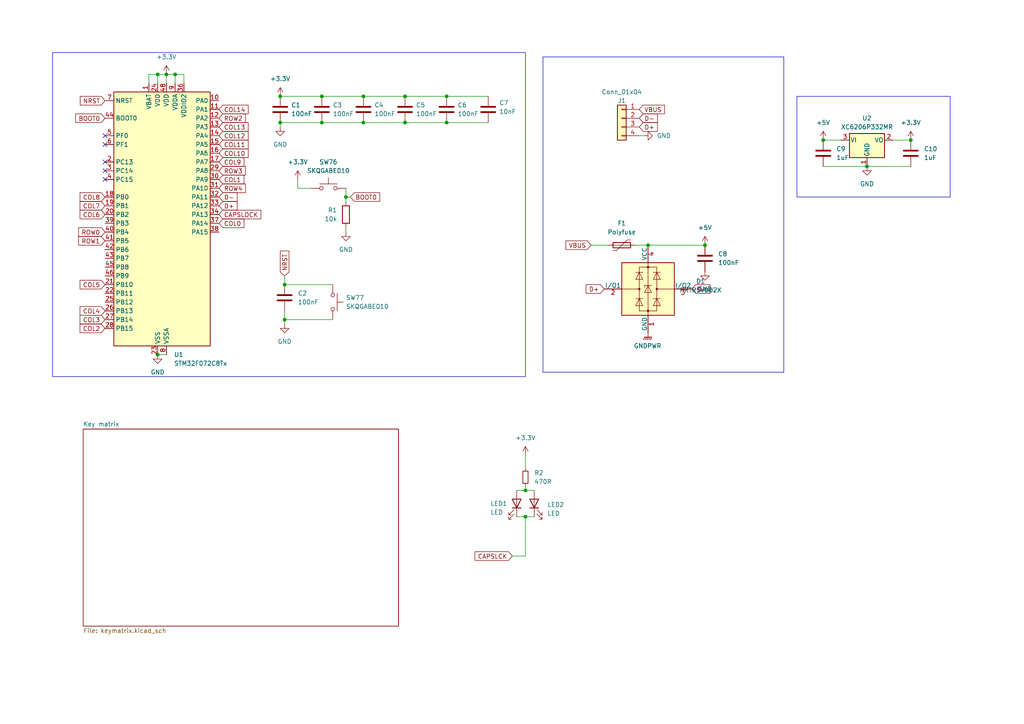
<source format=kicad_sch>
(kicad_sch (version 20230121) (generator eeschema)
  (paper "A4")
  (lib_symbols
    (symbol "Connector_Generic:Conn_01x04" (pin_names (offset 1.016) hide)
      (property "Reference" "J" (at 0 5.08 0))
      (property "Value" "Conn_01x04" (at 0 -7.62 0))
      (symbol "Conn_01x04_1_1"
        (rectangle (start -1.27 -4.953) (end 0 -5.207) (stroke (width 0.1524)))
        (rectangle (start -1.27 -2.413) (end 0 -2.667) (stroke (width 0.1524)))
        (rectangle (start -1.27 0.127) (end 0 -0.127) (stroke (width 0.1524)))
        (rectangle (start -1.27 2.667) (end 0 2.413) (stroke (width 0.1524)))
        (rectangle (start -1.27 3.81) (end 1.27 -6.35) (stroke (width 0.254)) (fill (type background)))
        (pin passive line (at -5.08 2.54 0) (length 3.81) (name "Pin_1") (number "1"))
        (pin passive line (at -5.08 0 0) (length 3.81) (name "Pin_2") (number "2"))
        (pin passive line (at -5.08 -2.54 0) (length 3.81) (name "Pin_3") (number "3"))
        (pin passive line (at -5.08 -5.08 0) (length 3.81) (name "Pin_4") (number "4"))
      )
    )
    (symbol "Device:C" (pin_numbers hide) (pin_names (offset 0.254))
      (property "Reference" "C" (at 0.635 2.54 0))
      (property "Value" "C" (at 0.635 -2.54 0))
      (symbol "C_0_1"
        (polyline (pts (xy -2.032 -0.762) (xy 2.032 -0.762)) (stroke (width 0.508)))
        (polyline (pts (xy -2.032 0.762) (xy 2.032 0.762)) (stroke (width 0.508)))
      )
      (symbol "C_1_1"
        (pin passive line (at 0 3.81 270) (length 2.794) (name "~") (number "1"))
        (pin passive line (at 0 -3.81 90) (length 2.794) (name "~") (number "2"))
      )
    )
    (symbol "Device:LED" (pin_numbers hide) (pin_names (offset 1.016) hide)
      (property "Reference" "D" (at 0 2.54 0))
      (property "Value" "LED" (at 0 -2.54 0))
      (symbol "LED_0_1"
        (polyline (pts (xy -1.27 -1.27) (xy -1.27 1.27)) (stroke (width 0.254)))
        (polyline (pts (xy -1.27 0) (xy 1.27 0)))
        (polyline (pts (xy 1.27 -1.27) (xy 1.27 1.27) (xy -1.27 0) (xy 1.27 -1.27)) (stroke (width 0.254)))
        (polyline (pts (xy -3.048 -0.762) (xy -4.572 -2.286) (xy -3.81 -2.286) (xy -4.572 -2.286) (xy -4.572 -1.524)))
        (polyline (pts (xy -1.778 -0.762) (xy -3.302 -2.286) (xy -2.54 -2.286) (xy -3.302 -2.286) (xy -3.302 -1.524)))
      )
      (symbol "LED_1_1"
        (pin passive line (at -3.81 0 0) (length 2.54) (name "K") (number "1"))
        (pin passive line (at 3.81 0 180) (length 2.54) (name "A") (number "2"))
      )
    )
    (symbol "Device:Polyfuse" (pin_numbers hide) (pin_names (offset 0))
      (property "Reference" "F" (at -2.54 0 90))
      (property "Value" "Polyfuse" (at 2.54 0 90))
      (symbol "Polyfuse_0_1"
        (rectangle (start -0.762 2.54) (end 0.762 -2.54) (stroke (width 0.254)))
        (polyline (pts (xy 0 2.54) (xy 0 -2.54)))
        (polyline (pts (xy -1.524 2.54) (xy -1.524 1.524) (xy 1.524 -1.524) (xy 1.524 -2.54)))
      )
      (symbol "Polyfuse_1_1"
        (pin passive line (at 0 3.81 270) (length 1.27) (name "~") (number "1"))
        (pin passive line (at 0 -3.81 90) (length 1.27) (name "~") (number "2"))
      )
    )
    (symbol "Device:R" (pin_numbers hide) (pin_names (offset 0))
      (property "Reference" "R" (at 2.032 0 90))
      (property "Value" "R" (at 0 0 90))
      (symbol "R_0_1"
        (rectangle (start -1.016 -2.54) (end 1.016 2.54) (stroke (width 0.254)))
      )
      (symbol "R_1_1"
        (pin passive line (at 0 3.81 270) (length 1.27) (name "~") (number "1"))
        (pin passive line (at 0 -3.81 90) (length 1.27) (name "~") (number "2"))
      )
    )
    (symbol "Device:R_Small" (pin_numbers hide) (pin_names (offset 0.254) hide)
      (property "Reference" "R" (at 0.762 0.508 0))
      (property "Value" "R_Small" (at 0.762 -1.016 0))
      (symbol "R_Small_0_1"
        (rectangle (start -0.762 1.778) (end 0.762 -1.778) (stroke (width 0.2032)))
      )
      (symbol "R_Small_1_1"
        (pin passive line (at 0 2.54 270) (length 0.762) (name "~") (number "1"))
        (pin passive line (at 0 -2.54 90) (length 0.762) (name "~") (number "2"))
      )
    )
    (symbol "MCU_ST_STM32F0:STM32F072C8Tx"
      (property "Reference" "U" (at -12.7 39.37 0))
      (property "Value" "STM32F072C8Tx" (at 10.16 39.37 0))
      (symbol "STM32F072C8Tx_0_1"
        (rectangle (start -12.7 -35.56) (end 15.24 38.1) (stroke (width 0.254)) (fill (type background)))
      )
      (symbol "STM32F072C8Tx_1_1"
        (pin power_in line (at -2.54 40.64 270) (length 2.54) (name "VBAT") (number "1"))
        (pin bidirectional line (at 17.78 35.56 180) (length 2.54) (name "PA0") (number "10"))
        (pin bidirectional line (at 17.78 33.02 180) (length 2.54) (name "PA1") (number "11"))
        (pin bidirectional line (at 17.78 30.48 180) (length 2.54) (name "PA2") (number "12"))
        (pin bidirectional line (at 17.78 27.94 180) (length 2.54) (name "PA3") (number "13"))
        (pin bidirectional line (at 17.78 25.4 180) (length 2.54) (name "PA4") (number "14"))
        (pin bidirectional line (at 17.78 22.86 180) (length 2.54) (name "PA5") (number "15"))
        (pin bidirectional line (at 17.78 20.32 180) (length 2.54) (name "PA6") (number "16"))
        (pin bidirectional line (at 17.78 17.78 180) (length 2.54) (name "PA7") (number "17"))
        (pin bidirectional line (at -15.24 7.62 0) (length 2.54) (name "PB0") (number "18"))
        (pin bidirectional line (at -15.24 5.08 0) (length 2.54) (name "PB1") (number "19"))
        (pin bidirectional line (at -15.24 17.78 0) (length 2.54) (name "PC13") (number "2"))
        (pin bidirectional line (at -15.24 2.54 0) (length 2.54) (name "PB2") (number "20"))
        (pin bidirectional line (at -15.24 -17.78 0) (length 2.54) (name "PB10") (number "21"))
        (pin bidirectional line (at -15.24 -20.32 0) (length 2.54) (name "PB11") (number "22"))
        (pin power_in line (at 0 -38.1 90) (length 2.54) (name "VSS") (number "23"))
        (pin power_in line (at 0 40.64 270) (length 2.54) (name "VDD") (number "24"))
        (pin bidirectional line (at -15.24 -22.86 0) (length 2.54) (name "PB12") (number "25"))
        (pin bidirectional line (at -15.24 -25.4 0) (length 2.54) (name "PB13") (number "26"))
        (pin bidirectional line (at -15.24 -27.94 0) (length 2.54) (name "PB14") (number "27"))
        (pin bidirectional line (at -15.24 -30.48 0) (length 2.54) (name "PB15") (number "28"))
        (pin bidirectional line (at 17.78 15.24 180) (length 2.54) (name "PA8") (number "29"))
        (pin bidirectional line (at -15.24 15.24 0) (length 2.54) (name "PC14") (number "3"))
        (pin bidirectional line (at 17.78 12.7 180) (length 2.54) (name "PA9") (number "30"))
        (pin bidirectional line (at 17.78 10.16 180) (length 2.54) (name "PA10") (number "31"))
        (pin bidirectional line (at 17.78 7.62 180) (length 2.54) (name "PA11") (number "32"))
        (pin bidirectional line (at 17.78 5.08 180) (length 2.54) (name "PA12") (number "33"))
        (pin bidirectional line (at 17.78 2.54 180) (length 2.54) (name "PA13") (number "34"))
        (pin passive line (at 0 -38.1 90) (length 2.54) hide (name "VSS") (number "35"))
        (pin power_in line (at 7.62 40.64 270) (length 2.54) (name "VDDIO2") (number "36"))
        (pin bidirectional line (at 17.78 0 180) (length 2.54) (name "PA14") (number "37"))
        (pin bidirectional line (at 17.78 -2.54 180) (length 2.54) (name "PA15") (number "38"))
        (pin bidirectional line (at -15.24 0 0) (length 2.54) (name "PB3") (number "39"))
        (pin bidirectional line (at -15.24 12.7 0) (length 2.54) (name "PC15") (number "4"))
        (pin bidirectional line (at -15.24 -2.54 0) (length 2.54) (name "PB4") (number "40"))
        (pin bidirectional line (at -15.24 -5.08 0) (length 2.54) (name "PB5") (number "41"))
        (pin bidirectional line (at -15.24 -7.62 0) (length 2.54) (name "PB6") (number "42"))
        (pin bidirectional line (at -15.24 -10.16 0) (length 2.54) (name "PB7") (number "43"))
        (pin input line (at -15.24 30.48 0) (length 2.54) (name "BOOT0") (number "44"))
        (pin bidirectional line (at -15.24 -12.7 0) (length 2.54) (name "PB8") (number "45"))
        (pin bidirectional line (at -15.24 -15.24 0) (length 2.54) (name "PB9") (number "46"))
        (pin passive line (at 0 -38.1 90) (length 2.54) hide (name "VSS") (number "47"))
        (pin power_in line (at 2.54 40.64 270) (length 2.54) (name "VDD") (number "48"))
        (pin bidirectional line (at -15.24 25.4 0) (length 2.54) (name "PF0") (number "5"))
        (pin bidirectional line (at -15.24 22.86 0) (length 2.54) (name "PF1") (number "6"))
        (pin input line (at -15.24 35.56 0) (length 2.54) (name "NRST") (number "7"))
        (pin power_in line (at 2.54 -38.1 90) (length 2.54) (name "VSSA") (number "8"))
        (pin power_in line (at 5.08 40.64 270) (length 2.54) (name "VDDA") (number "9"))
      )
    )
    (symbol "Power_Protection:PRTR5V0U2X" (pin_names (offset 0))
      (property "Reference" "D" (at 2.794 8.636 0))
      (property "Value" "PRTR5V0U2X" (at 8.128 -9.398 0))
      (symbol "PRTR5V0U2X_0_1"
        (rectangle (start -7.62 -7.62) (end 7.62 7.62) (stroke (width 0.254)) (fill (type background)))
        (circle (center -2.54 0) (radius 0.254) (fill (type outline)))
        (rectangle (start -2.54 6.35) (end 2.54 -6.35))
        (circle (center 0 -6.35) (radius 0.254) (fill (type outline)))
        (polyline (pts (xy -2.54 0) (xy -7.62 0)))
        (polyline (pts (xy -1.524 -2.794) (xy -3.556 -2.794)))
        (polyline (pts (xy -1.524 4.826) (xy -3.556 4.826)))
        (polyline (pts (xy 0 -7.62) (xy 0 7.62)))
        (polyline (pts (xy 1.524 -2.794) (xy 3.556 -2.794)))
        (polyline (pts (xy 1.524 4.826) (xy 3.556 4.826)))
        (polyline (pts (xy 2.54 0) (xy 7.62 0)))
        (polyline (pts (xy 1.016 1.016) (xy -1.016 1.016) (xy -1.016 0.508)))
        (polyline (pts (xy -3.556 -4.826) (xy -1.524 -4.826) (xy -2.54 -2.794) (xy -3.556 -4.826)))
        (polyline (pts (xy -3.556 2.794) (xy -1.524 2.794) (xy -2.54 4.826) (xy -3.556 2.794)))
        (polyline (pts (xy -1.016 -1.016) (xy 1.016 -1.016) (xy 0 1.016) (xy -1.016 -1.016)))
        (polyline (pts (xy 3.556 -4.826) (xy 1.524 -4.826) (xy 2.54 -2.794) (xy 3.556 -4.826)))
        (polyline (pts (xy 3.556 2.794) (xy 1.524 2.794) (xy 2.54 4.826) (xy 3.556 2.794)))
        (circle (center 0 6.35) (radius 0.254) (fill (type outline)))
        (circle (center 2.54 0) (radius 0.254) (fill (type outline)))
      )
      (symbol "PRTR5V0U2X_1_1"
        (pin passive line (at 0 -12.7 90) (length 5.08) (name "GND") (number "1"))
        (pin passive line (at -12.7 0 0) (length 5.08) (name "I/O1") (number "2"))
        (pin passive line (at 12.7 0 180) (length 5.08) (name "I/O2") (number "3"))
        (pin passive line (at 0 12.7 270) (length 5.08) (name "VCC") (number "4"))
      )
    )
    (symbol "Regulator_Linear:XC6206PxxxMR" (pin_names (offset 0.254))
      (property "Reference" "U" (at -3.81 3.175 0))
      (property "Value" "XC6206PxxxMR" (at 0 3.175 0))
      (symbol "XC6206PxxxMR_0_1"
        (rectangle (start -5.08 1.905) (end 5.08 -5.08) (stroke (width 0.254)) (fill (type background)))
      )
      (symbol "XC6206PxxxMR_1_1"
        (pin power_in line (at 0 -7.62 90) (length 2.54) (name "GND") (number "1"))
        (pin power_out line (at 7.62 0 180) (length 2.54) (name "VO") (number "2"))
        (pin power_in line (at -7.62 0 0) (length 2.54) (name "VI") (number "3"))
      )
    )
    (symbol "Switch:SW_Push" (pin_numbers hide) (pin_names (offset 1.016) hide)
      (property "Reference" "SW" (at 1.27 2.54 0))
      (property "Value" "SW_Push" (at 0 -1.524 0))
      (symbol "SW_Push_0_1"
        (circle (center -2.032 0) (radius 0.508))
        (polyline (pts (xy 0 1.27) (xy 0 3.048)))
        (polyline (pts (xy 2.54 1.27) (xy -2.54 1.27)))
        (circle (center 2.032 0) (radius 0.508))
        (pin passive line (at -5.08 0 0) (length 2.54) (name "1") (number "1"))
        (pin passive line (at 5.08 0 180) (length 2.54) (name "2") (number "2"))
      )
    )
    (symbol "power:+3.3V" (power) (pin_names (offset 0))
      (property "Value" "+3.3V" (at 0 3.556 0))
      (symbol "+3.3V_0_1"
        (polyline (pts (xy -0.762 1.27) (xy 0 2.54)))
        (polyline (pts (xy 0 0) (xy 0 2.54)))
        (polyline (pts (xy 0 2.54) (xy 0.762 1.27)))
      )
      (symbol "+3.3V_1_1"
        (pin power_in line (at 0 0 90) (length 0) hide (name "+3.3V") (number "1"))
      )
    )
    (symbol "power:+5V" (power) (pin_names (offset 0))
      (property "Value" "+5V" (at 0 3.556 0))
      (symbol "+5V_0_1"
        (polyline (pts (xy -0.762 1.27) (xy 0 2.54)))
        (polyline (pts (xy 0 0) (xy 0 2.54)))
        (polyline (pts (xy 0 2.54) (xy 0.762 1.27)))
      )
      (symbol "+5V_1_1"
        (pin power_in line (at 0 0 90) (length 0) hide (name "+5V") (number "1"))
      )
    )
    (symbol "power:GND" (power) (pin_names (offset 0))
      (property "Value" "GND" (at 0 -3.81 0))
      (symbol "GND_0_1"
        (polyline (pts (xy 0 0) (xy 0 -1.27) (xy 1.27 -1.27) (xy 0 -2.54) (xy -1.27 -1.27) (xy 0 -1.27)))
      )
      (symbol "GND_1_1"
        (pin power_in line (at 0 0 270) (length 0) hide (name "GND") (number "1"))
      )
    )
    (symbol "power:GNDPWR" (power) (pin_names (offset 0))
      (property "Value" "GNDPWR" (at 0 -3.302 0))
      (symbol "GNDPWR_0_1"
        (polyline (pts (xy 0 -1.27) (xy 0 0)))
        (polyline (pts (xy -1.016 -1.27) (xy -1.27 -2.032) (xy -1.27 -2.032)) (stroke (width 0.2032)))
        (polyline (pts (xy -0.508 -1.27) (xy -0.762 -2.032) (xy -0.762 -2.032)) (stroke (width 0.2032)))
        (polyline (pts (xy 0 -1.27) (xy -0.254 -2.032) (xy -0.254 -2.032)) (stroke (width 0.2032)))
        (polyline (pts (xy 0.508 -1.27) (xy 0.254 -2.032) (xy 0.254 -2.032)) (stroke (width 0.2032)))
        (polyline (pts (xy 1.016 -1.27) (xy -1.016 -1.27) (xy -1.016 -1.27)) (stroke (width 0.2032)))
        (polyline (pts (xy 1.016 -1.27) (xy 0.762 -2.032) (xy 0.762 -2.032) (xy 0.762 -2.032)) (stroke (width 0.2032)))
      )
      (symbol "GNDPWR_1_1"
        (pin power_in line (at 0 0 270) (length 0) hide (name "GNDPWR") (number "1"))
      )
    )
  )
  (junction (at 93.345 27.94))
  (junction (at 117.475 27.94))
  (junction (at 187.96 71.12))
  (junction (at 117.475 35.56))
  (junction (at 81.28 35.56))
  (junction (at 50.8 21.59))
  (junction (at 238.76 40.64))
  (junction (at 82.55 82.55))
  (junction (at 93.345 35.56))
  (junction (at 105.41 27.94))
  (junction (at 152.4 149.86))
  (junction (at 48.26 21.59))
  (junction (at 152.4 142.24))
  (junction (at 105.41 35.56))
  (junction (at 264.16 40.64))
  (junction (at 45.72 21.59))
  (junction (at 100.33 57.15))
  (junction (at 204.47 71.12))
  (junction (at 251.46 48.26))
  (junction (at 82.55 92.71))
  (junction (at 45.72 102.87))
  (junction (at 81.28 27.94))
  (junction (at 129.54 27.94))
  (junction (at 129.54 35.56))
  (no_connect (at 30.48 52.07))
  (no_connect (at 30.48 41.91))
  (no_connect (at 30.48 39.37))
  (no_connect (at 30.48 49.53))
  (no_connect (at 320.04 50.8))
  (no_connect (at 30.48 46.99))
  (wire (pts (xy 154.94 149.86) (xy 152.4 149.86)))
  (wire (pts (xy 129.54 27.94) (xy 141.605 27.94)))
  (wire (pts (xy 43.18 21.59) (xy 45.72 21.59)))
  (wire (pts (xy 93.345 27.94) (xy 105.41 27.94)))
  (wire (pts (xy 129.54 35.56) (xy 141.605 35.56)))
  (wire (pts (xy 53.34 21.59) (xy 53.34 24.13)))
  (wire (pts (xy 82.55 80.01) (xy 82.55 82.55)))
  (wire (pts (xy 152.4 140.97) (xy 152.4 142.24)))
  (wire (pts (xy 48.26 21.59) (xy 48.26 24.13)))
  (wire (pts (xy 81.28 35.56) (xy 93.345 35.56)))
  (wire (pts (xy 82.55 82.55) (xy 96.52 82.55)))
  (wire (pts (xy 50.8 21.59) (xy 50.8 24.13)))
  (wire (pts (xy 152.4 161.29) (xy 148.59 161.29)))
  (wire (pts (xy 117.475 35.56) (xy 129.54 35.56)))
  (wire (pts (xy 82.55 92.71) (xy 96.52 92.71)))
  (wire (pts (xy 152.4 142.24) (xy 154.94 142.24)))
  (wire (pts (xy 81.28 35.56) (xy 81.28 36.83)))
  (wire (pts (xy 171.45 71.12) (xy 176.53 71.12)))
  (wire (pts (xy 152.4 161.29) (xy 152.4 149.86)))
  (wire (pts (xy 100.33 54.61) (xy 100.33 57.15)))
  (wire (pts (xy 149.86 142.24) (xy 152.4 142.24)))
  (wire (pts (xy 82.55 90.17) (xy 82.55 92.71)))
  (wire (pts (xy 238.76 48.26) (xy 251.46 48.26)))
  (wire (pts (xy 152.4 132.08) (xy 152.4 135.89)))
  (wire (pts (xy 86.36 52.07) (xy 86.36 54.61)))
  (wire (pts (xy 117.475 27.94) (xy 129.54 27.94)))
  (wire (pts (xy 86.36 54.61) (xy 90.17 54.61)))
  (wire (pts (xy 45.72 21.59) (xy 48.26 21.59)))
  (wire (pts (xy 187.96 71.12) (xy 204.47 71.12)))
  (wire (pts (xy 238.76 40.64) (xy 243.84 40.64)))
  (wire (pts (xy 81.28 27.94) (xy 93.345 27.94)))
  (wire (pts (xy 43.18 24.13) (xy 43.18 21.59)))
  (wire (pts (xy 100.33 66.04) (xy 100.33 67.31)))
  (wire (pts (xy 185.42 39.37) (xy 186.69 39.37)))
  (wire (pts (xy 101.6 57.15) (xy 100.33 57.15)))
  (wire (pts (xy 100.33 57.15) (xy 100.33 58.42)))
  (wire (pts (xy 93.345 35.56) (xy 105.41 35.56)))
  (wire (pts (xy 82.55 92.71) (xy 82.55 93.98)))
  (wire (pts (xy 45.72 102.87) (xy 48.26 102.87)))
  (wire (pts (xy 184.15 71.12) (xy 187.96 71.12)))
  (wire (pts (xy 105.41 35.56) (xy 117.475 35.56)))
  (wire (pts (xy 48.26 21.59) (xy 50.8 21.59)))
  (wire (pts (xy 105.41 27.94) (xy 117.475 27.94)))
  (wire (pts (xy 149.86 149.86) (xy 152.4 149.86)))
  (wire (pts (xy 251.46 48.26) (xy 264.16 48.26)))
  (wire (pts (xy 50.8 21.59) (xy 53.34 21.59)))
  (wire (pts (xy 259.08 40.64) (xy 264.16 40.64)))
  (wire (pts (xy 45.72 21.59) (xy 45.72 24.13)))
  (rectangle (start 157.48 16.51) (end 227.33 107.95))
  (rectangle (start 231.14 27.94) (end 275.59 57.15))
  (rectangle (start 15.24 15.24) (end 152.4 109.22))
  (global_label "ROW3" (shape input) (at 63.5 49.53 0) (property "Intersheetrefs" "${INTERSHEET_REFS}" (effects hide)))
  (global_label "COL1" (shape input) (at 63.5 52.07 0) (property "Intersheetrefs" "${INTERSHEET_REFS}" (effects hide)))
  (global_label "COL8" (shape input) (at 30.48 57.15 180) (property "Intersheetrefs" "${INTERSHEET_REFS}" (effects hide)))
  (global_label "D-" (shape input) (at 63.5 57.15 0) (property "Intersheetrefs" "${INTERSHEET_REFS}" (effects hide)))
  (global_label "COL7" (shape input) (at 30.48 59.69 180) (property "Intersheetrefs" "${INTERSHEET_REFS}" (effects hide)))
  (global_label "BOOT0" (shape input) (at 30.48 34.29 180) (property "Intersheetrefs" "${INTERSHEET_REFS}" (effects hide)))
  (global_label "COL2" (shape input) (at 30.48 95.25 180) (property "Intersheetrefs" "${INTERSHEET_REFS}" (effects hide)))
  (global_label "ROW4" (shape input) (at 63.5 54.61 0) (property "Intersheetrefs" "${INTERSHEET_REFS}" (effects hide)))
  (global_label "COL12" (shape input) (at 63.5 39.37 0) (property "Intersheetrefs" "${INTERSHEET_REFS}" (effects hide)))
  (global_label "COL13" (shape input) (at 63.5 36.83 0) (property "Intersheetrefs" "${INTERSHEET_REFS}" (effects hide)))
  (global_label "D-" (shape input) (at 185.42 34.29 0) (property "Intersheetrefs" "${INTERSHEET_REFS}" (effects hide)))
  (global_label "NRST" (shape input) (at 82.55 80.01 90) (property "Intersheetrefs" "${INTERSHEET_REFS}" (effects hide)))
  (global_label "ROW2" (shape input) (at 63.5 34.29 0) (property "Intersheetrefs" "${INTERSHEET_REFS}" (effects hide)))
  (global_label "COL11" (shape input) (at 63.5 41.91 0) (property "Intersheetrefs" "${INTERSHEET_REFS}" (effects hide)))
  (global_label "ROW0" (shape input) (at 30.48 67.31 180) (property "Intersheetrefs" "${INTERSHEET_REFS}" (effects hide)))
  (global_label "COL4" (shape input) (at 30.48 90.17 180) (property "Intersheetrefs" "${INTERSHEET_REFS}" (effects hide)))
  (global_label "COL9" (shape input) (at 63.5 46.99 0) (property "Intersheetrefs" "${INTERSHEET_REFS}" (effects hide)))
  (global_label "D-" (shape input) (at 200.66 83.82 0) (property "Intersheetrefs" "${INTERSHEET_REFS}" (effects hide)))
  (global_label "NRST" (shape input) (at 30.48 29.21 180) (property "Intersheetrefs" "${INTERSHEET_REFS}" (effects hide)))
  (global_label "CAPSLOCK" (shape input) (at 63.5 62.23 0) (property "Intersheetrefs" "${INTERSHEET_REFS}" (effects hide)))
  (global_label "CAPSLCK" (shape input) (at 148.59 161.29 180) (property "Intersheetrefs" "${INTERSHEET_REFS}" (effects hide)))
  (global_label "COL10" (shape input) (at 63.5 44.45 0) (property "Intersheetrefs" "${INTERSHEET_REFS}" (effects hide)))
  (global_label "COL0" (shape input) (at 63.5 64.77 0) (property "Intersheetrefs" "${INTERSHEET_REFS}" (effects hide)))
  (global_label "D+" (shape input) (at 175.26 83.82 180) (property "Intersheetrefs" "${INTERSHEET_REFS}" (effects hide)))
  (global_label "D+" (shape input) (at 185.42 36.83 0) (property "Intersheetrefs" "${INTERSHEET_REFS}" (effects hide)))
  (global_label "ROW1" (shape input) (at 30.48 69.85 180) (property "Intersheetrefs" "${INTERSHEET_REFS}" (effects hide)))
  (global_label "D+" (shape input) (at 63.5 59.69 0) (property "Intersheetrefs" "${INTERSHEET_REFS}" (effects hide)))
  (global_label "COL3" (shape input) (at 30.48 92.71 180) (property "Intersheetrefs" "${INTERSHEET_REFS}" (effects hide)))
  (global_label "BOOT0" (shape input) (at 101.6 57.15 0) (property "Intersheetrefs" "${INTERSHEET_REFS}" (effects hide)))
  (global_label "VBUS" (shape input) (at 171.45 71.12 180) (property "Intersheetrefs" "${INTERSHEET_REFS}" (effects hide)))
  (global_label "COL6" (shape input) (at 30.48 62.23 180) (property "Intersheetrefs" "${INTERSHEET_REFS}" (effects hide)))
  (global_label "COL5" (shape input) (at 30.48 82.55 180) (property "Intersheetrefs" "${INTERSHEET_REFS}" (effects hide)))
  (global_label "VBUS" (shape input) (at 185.42 31.75 0) (property "Intersheetrefs" "${INTERSHEET_REFS}" (effects hide)))
  (global_label "COL14" (shape input) (at 63.5 31.75 0) (property "Intersheetrefs" "${INTERSHEET_REFS}" (effects hide)))
  (symbol (lib_id "Device:LED") (at 154.94 146.05 90) (unit 1) (in_bom no)
    (property "Reference" "LED2" (at 158.75 146.3675 90) (effects (justify right)))
    (property "Value" "LED" (at 158.75 148.9075 90) (effects (justify right)))
    (property "Footprint" "LED_SMD:LED_1206_3216Metric_ReverseMount_Hole1.8x2.4mm" (effects hide))
  )
  (symbol (lib_id "power:+3.3V") (at 48.26 21.59 0) (unit 1)
    (property "Reference" "#PWR02" (effects hide))
    (property "Value" "+3.3V" (at 48.26 16.51 0))
  )
  (symbol (lib_id "power:GND") (at 204.47 78.74 0) (unit 1)
    (property "Reference" "#PWR012" (effects hide))
    (property "Value" "GND" (at 204.47 83.82 0))
  )
  (symbol (lib_id "Device:LED") (at 149.86 146.05 270) (mirror x) (unit 1) (in_bom no)
    (property "Reference" "LED1" (at 142.24 146.05 90) (effects (justify left)))
    (property "Value" "LED" (at 142.24 148.59 90) (effects (justify left)))
    (property "Footprint" "LED_SMD:LED_1206_3216Metric_ReverseMount_Hole1.8x2.4mm" (effects hide))
  )
  (symbol (lib_id "Device:C") (at 204.47 74.93 0) (unit 1)
    (property "Reference" "C8" (at 208.28 73.66 0) (effects (justify left)))
    (property "Value" "100nF" (at 208.28 76.2 0) (effects (justify left)))
    (property "Footprint" "Capacitor_SMD:C_0402_1005Metric" (effects hide))
  )
  (symbol (lib_id "power:GND") (at 82.55 93.98 0) (unit 1)
    (property "Reference" "#PWR06" (effects hide))
    (property "Value" "GND" (at 82.55 99.06 0))
  )
  (symbol (lib_id "power:GND") (at 81.28 36.83 0) (unit 1)
    (property "Reference" "#PWR04" (effects hide))
    (property "Value" "GND" (at 81.28 41.91 0))
  )
  (symbol (lib_id "power:+3.3V") (at 264.16 40.64 0) (unit 1)
    (property "Reference" "#PWR014" (effects hide))
    (property "Value" "+3.3V" (at 264.16 35.56 0))
  )
  (symbol (lib_id "Device:C") (at 238.76 44.45 0) (unit 1)
    (property "Reference" "C9" (at 242.57 43.18 0) (effects (justify left)))
    (property "Value" "1uF" (at 242.57 45.72 0) (effects (justify left)))
    (property "Footprint" "Capacitor_SMD:C_0402_1005Metric" (effects hide))
  )
  (symbol (lib_id "power:GNDPWR") (at 187.96 96.52 0) (unit 1)
    (property "Reference" "#PWR015" (effects hide))
    (property "Value" "GNDPWR" (at 187.833 100.33 0))
  )
  (symbol (lib_id "Device:R") (at 100.33 62.23 0) (mirror y) (unit 1)
    (property "Reference" "R1" (at 97.79 60.96 0) (effects (justify left)))
    (property "Value" "10k" (at 97.79 63.5 0) (effects (justify left)))
    (property "Footprint" "Resistor_SMD:R_0402_1005Metric" (effects hide))
  )
  (symbol (lib_id "power:+3.3V") (at 86.36 52.07 0) (unit 1)
    (property "Reference" "#PWR05" (effects hide))
    (property "Value" "+3.3V" (at 86.36 46.99 0))
  )
  (symbol (lib_id "power:GND") (at 100.33 67.31 0) (unit 1)
    (property "Reference" "#PWR07" (effects hide))
    (property "Value" "GND" (at 100.33 72.39 0))
  )
  (symbol (lib_id "Regulator_Linear:XC6206PxxxMR") (at 251.46 40.64 0) (unit 1)
    (property "Reference" "U2" (at 251.46 34.29 0))
    (property "Value" "XC6206P332MR" (at 251.46 36.83 0))
    (property "Footprint" "Package_TO_SOT_SMD:SOT-23-3" (effects hide))
    (property "Datasheet" "https://www.torexsemi.com/file/xc6206/XC6206.pdf" (effects hide))
  )
  (symbol (lib_id "Power_Protection:PRTR5V0U2X") (at 187.96 83.82 0) (unit 1)
    (property "Reference" "D1" (at 203.2 81.6041 0))
    (property "Value" "PRTR5V0U2X" (at 203.2 84.1441 0))
    (property "Footprint" "Package_TO_SOT_SMD:SOT-143" (effects hide))
    (property "Datasheet" "https://assets.nexperia.com/documents/data-sheet/PRTR5V0U2X.pdf" (effects hide))
  )
  (symbol (lib_id "Device:C") (at 117.475 31.75 0) (unit 1)
    (property "Reference" "C5" (at 120.65 30.48 0) (effects (justify left)))
    (property "Value" "100nF" (at 120.65 33.02 0) (effects (justify left)))
    (property "Footprint" "Capacitor_SMD:C_0402_1005Metric" (effects hide))
  )
  (symbol (lib_id "power:+5V") (at 204.47 71.12 0) (unit 1)
    (property "Reference" "#PWR010" (effects hide))
    (property "Value" "+5V" (at 204.47 66.04 0))
  )
  (symbol (lib_id "power:+3.3V") (at 152.4 132.08 0) (unit 1)
    (property "Reference" "#PWR09" (effects hide))
    (property "Value" "+3.3V" (at 152.4 127 0))
  )
  (symbol (lib_id "Device:C") (at 93.345 31.75 0) (unit 1)
    (property "Reference" "C3" (at 96.52 30.48 0) (effects (justify left)))
    (property "Value" "100nF" (at 96.52 33.02 0) (effects (justify left)))
    (property "Footprint" "Capacitor_SMD:C_0402_1005Metric" (effects hide))
  )
  (symbol (lib_id "Connector_Generic:Conn_01x04") (at 180.34 34.29 0) (mirror y) (unit 1)
    (property "Reference" "J1" (at 180.34 29.21 0))
    (property "Value" "Conn_01x04" (at 180.34 26.67 0))
    (property "Footprint" "Connector_JST:JST_SH_SM04B-SRSS-TB_1x04-1MP_P1.00mm_Horizontal" (effects hide))
  )
  (symbol (lib_id "Device:C") (at 105.41 31.75 0) (unit 1)
    (property "Reference" "C4" (at 108.585 30.48 0) (effects (justify left)))
    (property "Value" "100nF" (at 108.585 33.02 0) (effects (justify left)))
    (property "Footprint" "Capacitor_SMD:C_0402_1005Metric" (effects hide))
  )
  (symbol (lib_id "power:+5V") (at 238.76 40.64 0) (unit 1)
    (property "Reference" "#PWR011" (effects hide))
    (property "Value" "+5V" (at 238.76 35.56 0))
  )
  (symbol (lib_id "Device:Polyfuse") (at 180.34 71.12 90) (unit 1)
    (property "Reference" "F1" (at 180.34 64.77 90))
    (property "Value" "Polyfuse" (at 180.34 67.31 90))
    (property "Footprint" "Fuse:Fuse_1206_3216Metric" (effects hide))
  )
  (symbol (lib_id "Device:C") (at 82.55 86.36 0) (unit 1)
    (property "Reference" "C2" (at 86.36 85.09 0) (effects (justify left)))
    (property "Value" "100nF" (at 86.36 87.63 0) (effects (justify left)))
    (property "Footprint" "Capacitor_SMD:C_0402_1005Metric" (effects hide))
  )
  (symbol (lib_id "power:GND") (at 45.72 102.87 0) (unit 1)
    (property "Reference" "#PWR01" (effects hide))
    (property "Value" "GND" (at 45.72 107.95 0))
  )
  (symbol (lib_id "Device:C") (at 81.28 31.75 0) (unit 1)
    (property "Reference" "C1" (at 84.455 30.48 0) (effects (justify left)))
    (property "Value" "100nF" (at 84.455 33.02 0) (effects (justify left)))
    (property "Footprint" "Capacitor_SMD:C_0402_1005Metric" (effects hide))
  )
  (symbol (lib_id "Device:C") (at 264.16 44.45 0) (unit 1)
    (property "Reference" "C10" (at 267.97 43.18 0) (effects (justify left)))
    (property "Value" "1uF" (at 267.97 45.72 0) (effects (justify left)))
    (property "Footprint" "Capacitor_SMD:C_0402_1005Metric" (effects hide))
  )
  (symbol (lib_id "Device:C") (at 141.605 31.75 0) (unit 1)
    (property "Reference" "C7" (at 144.78 29.845 0) (effects (justify left)))
    (property "Value" "10nF" (at 144.78 32.385 0) (effects (justify left)))
    (property "Footprint" "Capacitor_SMD:C_0402_1005Metric" (effects hide))
  )
  (symbol (lib_id "power:+3.3V") (at 81.28 27.94 0) (unit 1)
    (property "Reference" "#PWR03" (effects hide))
    (property "Value" "+3.3V" (at 81.28 22.86 0))
  )
  (symbol (lib_id "Device:C") (at 129.54 31.75 0) (unit 1)
    (property "Reference" "C6" (at 132.715 30.48 0) (effects (justify left)))
    (property "Value" "100nF" (at 132.715 33.02 0) (effects (justify left)))
    (property "Footprint" "Capacitor_SMD:C_0402_1005Metric" (effects hide))
  )
  (symbol (lib_id "power:GND") (at 251.46 48.26 0) (unit 1)
    (property "Reference" "#PWR013" (effects hide))
    (property "Value" "GND" (at 251.46 53.34 0))
  )
  (symbol (lib_id "Switch:SW_Push") (at 95.25 54.61 0) (unit 1)
    (property "Reference" "SW76" (at 95.25 46.99 0))
    (property "Value" "SKQGABE010" (at 95.25 49.53 0))
    (property "Footprint" "Button_Switch_SMD:SW_SPST_SKQG_WithoutStem" (effects hide))
  )
  (symbol (lib_id "power:GND") (at 186.69 39.37 90) (mirror x) (unit 1)
    (property "Reference" "#PWR08" (effects hide))
    (property "Value" "GND" (at 190.5 39.37 90) (effects (justify right)))
  )
  (symbol (lib_id "Switch:SW_Push") (at 96.52 87.63 270) (unit 1)
    (property "Reference" "SW77" (at 100.33 86.36 90) (effects (justify left)))
    (property "Value" "SKQGABE010" (at 100.33 88.9 90) (effects (justify left)))
    (property "Footprint" "Button_Switch_SMD:SW_SPST_SKQG_WithoutStem" (effects hide))
  )
  (symbol (lib_id "Device:R_Small") (at 152.4 138.43 180) (unit 1)
    (property "Reference" "R2" (at 154.94 137.16 0) (effects (justify right)))
    (property "Value" "470R" (at 154.94 139.7 0) (effects (justify right)))
    (property "Footprint" "Resistor_SMD:R_0402_1005Metric" (effects hide))
    (property "LCSC" "C25117" (effects hide))
  )
  (symbol (lib_id "MCU_ST_STM32F0:STM32F072C8Tx") (at 45.72 64.77 0) (unit 1)
    (property "Reference" "U1" (at 50.4541 102.87 0) (effects (justify left)))
    (property "Value" "STM32F072C8Tx" (at 50.4541 105.41 0) (effects (justify left)))
    (property "Footprint" "Package_QFP:LQFP-48_7x7mm_P0.5mm" (effects hide))
    (property "Datasheet" "https://www.st.com/resource/en/datasheet/stm32f072c8.pdf" (effects hide))
  )
  (sheet (at 24.13 124.46) (size 91.44 57.15) (stroke (width 0.1524))
    (property "Sheetname" "Key matrix" (at 24.13 123.7484 0) (effects (justify left bottom)))
    (property "Sheetfile" "keymatrix.kicad_sch" (at 24.13 182.1946 0) (effects (justify left top)))
  )
)
</source>
